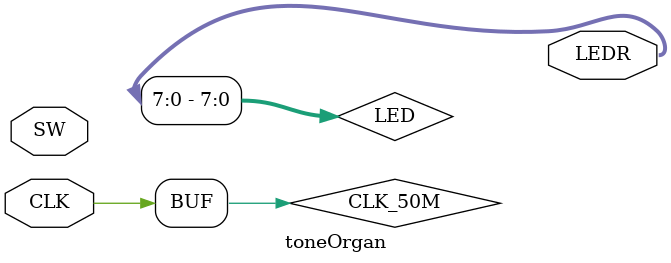
<source format=v>
module toneOrgan( CLK, LEDR, SW,);
input CLK;
output [9:0] LEDR;
input [9:0] SW;

wire CLK_50M;
reg  [7:0] LED;
assign CLK_50M =  CLK;
assign LEDR[7:0] = LED[7:0];

//Character definitions

//numbers
parameter character_0 =8'h30;
parameter character_1 =8'h31;
parameter character_2 =8'h32;
parameter character_3 =8'h33;
parameter character_4 =8'h34;
parameter character_5 =8'h35;
parameter character_6 =8'h36;
parameter character_7 =8'h37;
parameter character_8 =8'h38;
parameter character_9 =8'h39;


//Uppercase Letters
parameter character_A =8'h41;
parameter character_B =8'h42;
parameter character_C =8'h43;
parameter character_D =8'h44;
parameter character_E =8'h45;
parameter character_F =8'h46;
parameter character_G =8'h47;
parameter character_H =8'h48;
parameter character_I =8'h49;
parameter character_J =8'h4A;
parameter character_K =8'h4B;
parameter character_L =8'h4C;
parameter character_M =8'h4D;
parameter character_N =8'h4E;
parameter character_O =8'h4F;
parameter character_P =8'h50;
parameter character_Q =8'h51;
parameter character_R =8'h52;
parameter character_S =8'h53;
parameter character_T =8'h54;
parameter character_U =8'h55;
parameter character_V =8'h56;
parameter character_W =8'h57;
parameter character_X =8'h58;
parameter character_Y =8'h59;
parameter character_Z =8'h5A;

//Lowercase Letters
parameter character_lowercase_a= 8'h61;
parameter character_lowercase_b= 8'h62;
parameter character_lowercase_c= 8'h63;
parameter character_lowercase_d= 8'h64;
parameter character_lowercase_e= 8'h65;
parameter character_lowercase_f= 8'h66;
parameter character_lowercase_g= 8'h67;
parameter character_lowercase_h= 8'h68;
parameter character_lowercase_i= 8'h69;
parameter character_lowercase_j= 8'h6A;
parameter character_lowercase_k= 8'h6B;
parameter character_lowercase_l= 8'h6C;
parameter character_lowercase_m= 8'h6D;
parameter character_lowercase_n= 8'h6E;
parameter character_lowercase_o= 8'h6F;
parameter character_lowercase_p= 8'h70;
parameter character_lowercase_q= 8'h71;
parameter character_lowercase_r= 8'h72;
parameter character_lowercase_s= 8'h73;
parameter character_lowercase_t= 8'h74;
parameter character_lowercase_u= 8'h75;
parameter character_lowercase_v= 8'h76;
parameter character_lowercase_w= 8'h77;
parameter character_lowercase_x= 8'h78;
parameter character_lowercase_y= 8'h79;
parameter character_lowercase_z= 8'h7A;

//Other Characters
parameter character_colon = 8'h3A;          //':'
parameter character_stop = 8'h2E;           //'.'
parameter character_semi_colon = 8'h3B;   //';'
parameter character_minus = 8'h2D;         //'-'
parameter character_divide = 8'h2F;         //'/'
parameter character_plus = 8'h2B;          //'+'
parameter character_comma = 8'h2C;          // ','
parameter character_less_than = 8'h3C;    //'<'
parameter character_greater_than = 8'h3E; //'>'
parameter character_equals = 8'h3D;         //'='
parameter character_question = 8'h3F;      //'?'
parameter character_dollar = 8'h24;         //'$'
parameter character_space=8'h20;           //' '     
parameter character_exclaim=8'h21;          //'!'


wire Clock_1KHz, Clock_1Hz;
wire Sample_Clk_Signal;
reg [32:0] divClk;
reg [32:0] noteName; //4 letters, 8 bits each = 32 width bus 
//Switch config for each note
parameter DoSW_1 =  3'b000;
parameter DoName =  {character_D, character_lowercase_o, character_space, character_space};
parameter ReSW   =  3'b001;
parameter ReName =  {character_R,character_lowercase_e, character_space, character_space};
parameter MiSW   =  3'b010;
parameter MiName =  {character_M, character_lowercase_i, character_space, character_space};
parameter FaSW   =  3'b011;
parameter FaName =  {character_F, character_lowercase_a, character_space, character_space};
parameter SoSW   =  3'b100;
parameter SoName =  {character_S, character_lowercase_o, character_space, character_space};
parameter LaSW   =  3'b101;
parameter LaName =  {character_L, character_lowercase_a, character_space, character_space};
parameter SiSW   =  3'b110;
parameter SiName =  {character_S, character_lowercase_i, character_space, character_space};
parameter DoSW_2 =  3'b111;
parameter Do2Name=  {character_D, character_lowercase_o, character_2, character_space};
parameter nilName=  {character_N, character_lowercase_i, character_lowercase_l, character_space};

//=======================================================================================================================
//
// Insert your code for Lab1 here!
// "Do       Re    Mi    Fa   So    La    Si     Do"
// [ 523Hz 587Hz 659Hz 698Hz 783Hz 880Hz 987Hz 1046Hz ].

//Cases for how each switch combo changes clk division -> changes (clk) freq
always @(SW[3:1]) begin
  //Note that divClk = 1 => 5MHz
  // divClk = 50MHz / (2 * f)
  case (SW[3:1])
    DoSW_1: begin 
      divClk = 32'hBAB9;  //523Hz -> 47801
      noteName = DoName;
    end
    ReSW: begin
        divClk = 32'hA65D; //587Hz -> 42589
        noteName = ReName;
    end
    MiSW: begin
         divClk = 32'h9430; //659Hz -> 37936
         noteName = MiName;
    end
    FaSW: begin
         divClk = 32'h8BE9; //698Hz -> 35817
         noteName = FaName;
    end
    SoSW: begin
         divClk = 32'h7CB8; //783Hz -> 31928
         noteName = SoName;
    end
    LaSW: begin
         divClk = 32'h6EF9; //880Hz -> 28409
         noteName = LaName;
    end
    SiSW: begin
         divClk = 32'h62F1; //987Hz -> 25329
         noteName = SiName;
    end
    DoSW_2: begin
      divClk = 32'h5D5C; //1046Hz -> 23900
      noteName = Do2Name;
    end
   default: begin
    divClk = 32'd1000000000; //play no sound
    noteName = nilName;
   end
  endcase
end



assign Sample_Clk_Signal = SW[0] ? 1: 1'b0;


endmodule

</source>
